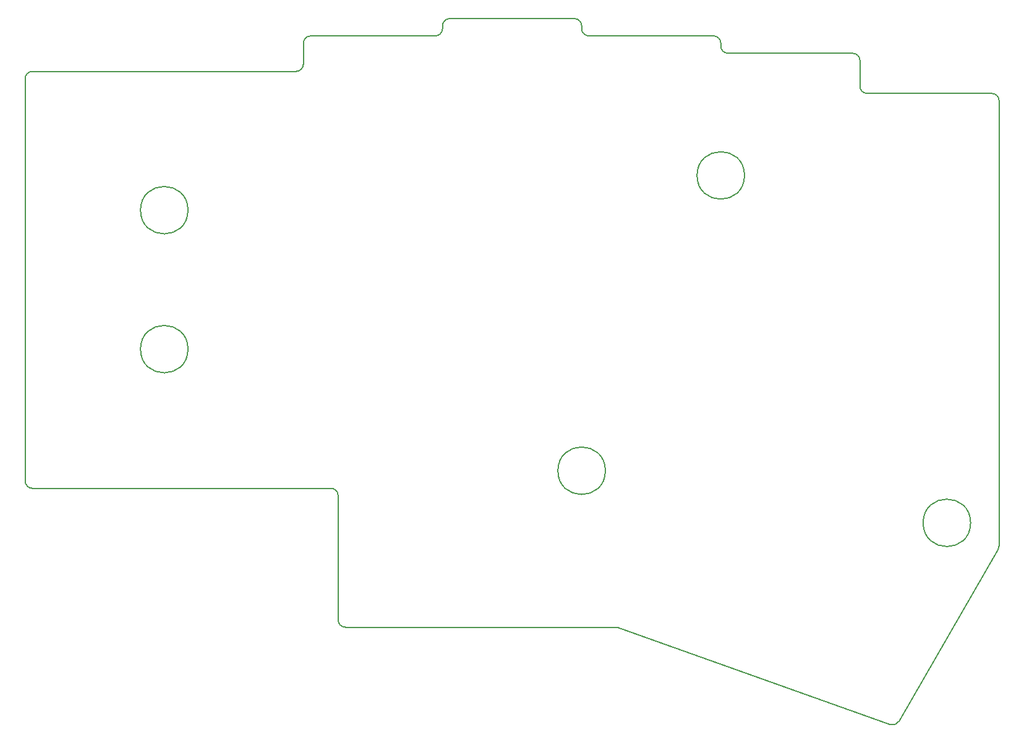
<source format=gm1>
G04 #@! TF.GenerationSoftware,KiCad,Pcbnew,(5.0.2)-1*
G04 #@! TF.CreationDate,2019-10-01T11:10:32-07:00*
G04 #@! TF.ProjectId,alexshatesu,616c6578-7368-4617-9465-73752e6b6963,rev?*
G04 #@! TF.SameCoordinates,Original*
G04 #@! TF.FileFunction,Profile,NP*
%FSLAX46Y46*%
G04 Gerber Fmt 4.6, Leading zero omitted, Abs format (unit mm)*
G04 Created by KiCad (PCBNEW (5.0.2)-1) date 2019-10-01 11:10:32 AM*
%MOMM*%
%LPD*%
G01*
G04 APERTURE LIST*
%ADD10C,0.150000*%
%ADD11C,0.200000*%
G04 APERTURE END LIST*
D10*
X119931250Y-52387500D02*
G75*
G03X119931250Y-52387500I-3250000J0D01*
G01*
X69925000Y-45243750D02*
G75*
G03X69925000Y-45243750I-3250000J0D01*
G01*
X88975000Y-4762500D02*
G75*
G03X88975000Y-4762500I-3250000J0D01*
G01*
X12775000Y-28575000D02*
G75*
G03X12775000Y-28575000I-3250000J0D01*
G01*
X12775000Y-9525000D02*
G75*
G03X12775000Y-9525000I-3250000J0D01*
G01*
D11*
X34337150Y-66694500D02*
G75*
G02X33337150Y-65694500I0J1000000D01*
G01*
X47625350Y15745000D02*
G75*
G02X48625350Y16745000I1000000J0D01*
G01*
X84725287Y14364500D02*
G75*
G02X85725287Y13364437I0J-1000000D01*
G01*
X71264301Y-66694500D02*
G75*
G02X71599970Y-66752520I0J-1000000D01*
G01*
X-8524600Y-47644500D02*
G75*
G02X-9524600Y-46644500I0J1000000D01*
G01*
X32337150Y-47644500D02*
G75*
G02X33337150Y-48644500I0J-1000000D01*
G01*
X103775200Y11983200D02*
G75*
G02X104775200Y10983200I0J-1000000D01*
G01*
X47625350Y15364500D02*
G75*
G02X46625350Y14364500I-1000000J0D01*
G01*
X105775200Y6483200D02*
G75*
G02X104775200Y7483200I0J1000000D01*
G01*
X65675350Y16745000D02*
G75*
G02X66675350Y15745000I0J-1000000D01*
G01*
X67675350Y14364500D02*
G75*
G02X66675350Y15364500I0J1000000D01*
G01*
X86725263Y11983200D02*
G75*
G02X85725263Y12983263I0J1000000D01*
G01*
X122825200Y6483200D02*
G75*
G02X123825200Y5483200I0J-1000000D01*
G01*
X123825200Y-55560589D02*
G75*
G02X123691212Y-56060612I-1000000J0D01*
G01*
X-9524600Y8505500D02*
G75*
G02X-8524600Y9505500I1000000J0D01*
G01*
X28575350Y10505500D02*
G75*
G02X27575350Y9505500I-1000000J0D01*
G01*
X110099142Y-79601306D02*
G75*
G02X108897461Y-80043263I-866012J500023D01*
G01*
X28575350Y13364500D02*
G75*
G02X29575350Y14364500I1000000J0D01*
G01*
X85725287Y13364437D02*
X85725263Y12983263D01*
X105775200Y6483200D02*
X122825200Y6483200D01*
X104775200Y10983200D02*
X104775200Y7483200D01*
X47625350Y15364500D02*
X47625350Y15745000D01*
X71264301Y-66694500D02*
X34337150Y-66694500D01*
X-9524600Y-46644500D02*
X-9524600Y8505500D01*
X29575350Y14364500D02*
X46625350Y14364500D01*
X86725263Y11983200D02*
X103775200Y11983200D01*
X67675350Y14364500D02*
X84725287Y14364500D01*
X48625350Y16745000D02*
X65675350Y16745000D01*
X32337150Y-47644500D02*
X-8524600Y-47644500D01*
X33337150Y-65694500D02*
X33337150Y-48644500D01*
X123825200Y-55560589D02*
X123825200Y5483200D01*
X110099142Y-79601307D02*
X123691212Y-56060612D01*
X-8524600Y9505500D02*
X27575350Y9505500D01*
X28575350Y10505500D02*
X28575350Y13364500D01*
X66675350Y15745000D02*
X66675350Y15364500D01*
X108897461Y-80043263D02*
X71599970Y-66752520D01*
M02*

</source>
